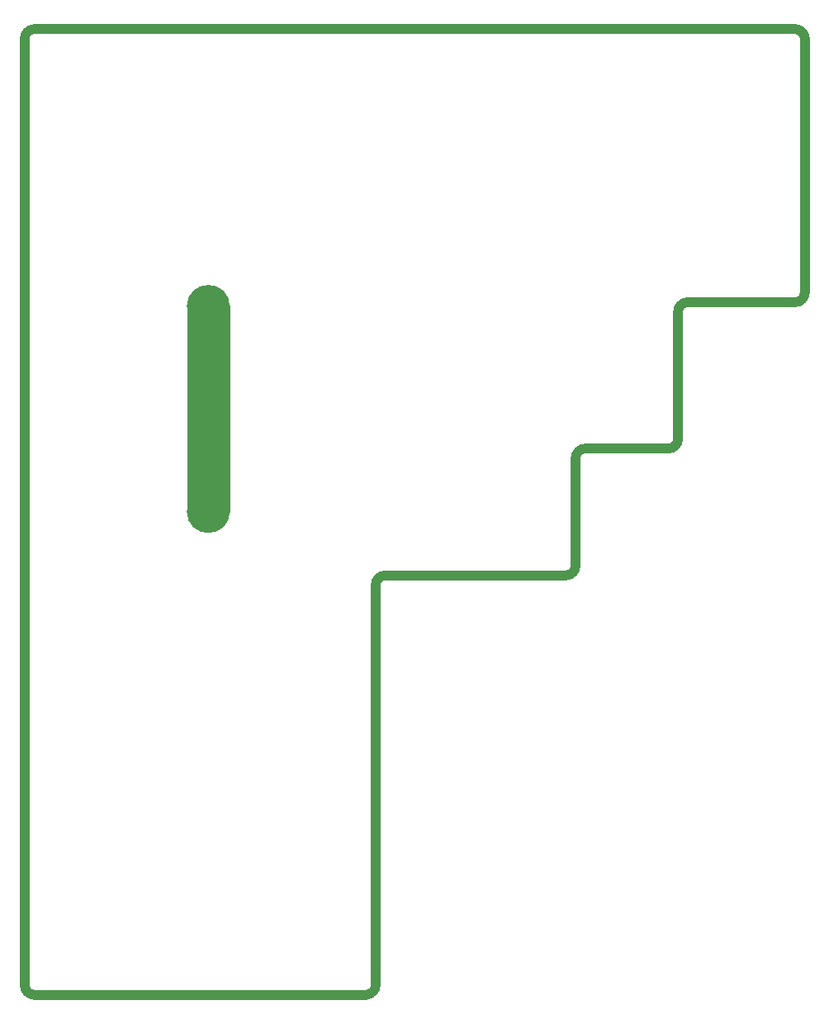
<source format=gko>
G04*
G04 #@! TF.GenerationSoftware,Altium Limited,Altium Designer,22.6.1 (34)*
G04*
G04 Layer_Color=16711935*
%FSLAX25Y25*%
%MOIN*%
G70*
G04*
G04 #@! TF.SameCoordinates,5882E60C-0619-4AF0-9705-53F345807C1B*
G04*
G04*
G04 #@! TF.FilePolarity,Positive*
G04*
G01*
G75*
%ADD69C,0.03937*%
%ADD97C,0.01575*%
%ADD98C,0.15748*%
D69*
X181102Y0D02*
G03*
X185039Y3937I0J3937D01*
G01*
X303150Y220472D02*
G03*
X307087Y224410I0J3937D01*
G01*
X261811Y169291D02*
G03*
X265748Y173228I0J3937D01*
G01*
X358268Y385827D02*
G03*
X354331Y389764I-3937J0D01*
G01*
Y279528D02*
G03*
X358268Y283465I0J3937D01*
G01*
X47244Y389764D02*
G03*
X43307Y385827I0J-3937D01*
G01*
Y3937D02*
G03*
X47244Y0I3937J0D01*
G01*
X188976Y169291D02*
G03*
X185039Y165354I0J-3937D01*
G01*
X269683Y220472D02*
G03*
X265746Y216535I0J-3937D01*
G01*
X311024Y279528D02*
G03*
X307087Y275590I0J-3937D01*
G01*
X185039Y3937D02*
Y165354D01*
X311024Y279528D02*
X354331D01*
X307087Y224410D02*
Y275590D01*
X358268Y283465D02*
Y385827D01*
X47244Y389764D02*
X354331D01*
X47244Y0D02*
X181102D01*
X188976Y169291D02*
X261811D01*
X265748Y173228D02*
Y216535D01*
X269685Y220472D02*
X303150D01*
X43307Y3937D02*
Y385827D01*
D97*
X125333Y277795D02*
G03*
X109582Y277795I-7875J0D01*
G01*
Y195118D02*
G03*
X125333Y195118I7875J0D01*
G01*
X47244Y389764D02*
G03*
X43307Y385827I0J-3937D01*
G01*
X358268D02*
G03*
X354331Y389764I-3937J0D01*
G01*
Y279528D02*
G03*
X358268Y283465I0J3937D01*
G01*
X311024Y279528D02*
G03*
X307087Y275590I0J-3937D01*
G01*
X303150Y220472D02*
G03*
X307087Y224410I0J3937D01*
G01*
X269683Y220472D02*
G03*
X265746Y216535I0J-3937D01*
G01*
X261811Y169291D02*
G03*
X265748Y173228I0J3937D01*
G01*
X188976Y169291D02*
G03*
X185039Y165354I0J-3937D01*
G01*
X181102Y0D02*
G03*
X185039Y3937I0J3937D01*
G01*
X43307D02*
G03*
X47244Y0I3937J0D01*
G01*
X109582Y195118D02*
Y277795D01*
X125333Y195118D02*
Y277795D01*
X43307Y3937D02*
Y385827D01*
X47244Y389764D02*
X354331D01*
X358268Y283465D02*
Y385827D01*
X311024Y279528D02*
X354331D01*
X307087Y275590D02*
X307087Y224410D01*
X269683Y220472D02*
X303150D01*
X265746Y216535D02*
X265748D01*
Y173228D02*
Y216535D01*
X188976Y169291D02*
X261811D01*
X185039Y3937D02*
Y165354D01*
X47244Y0D02*
X181102D01*
D98*
X117458Y195118D02*
Y277795D01*
M02*

</source>
